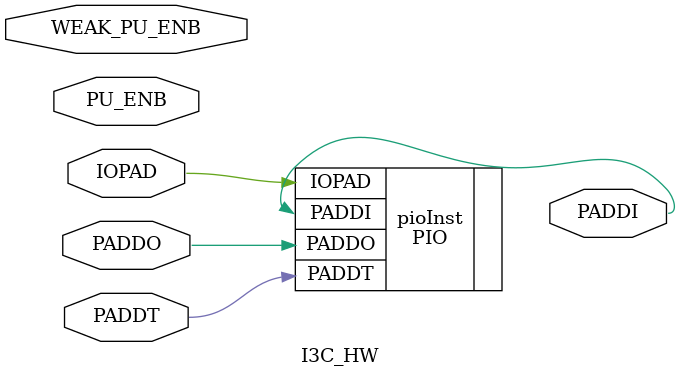
<source format=v>
`timescale 1ns/1ns
module I3C_HW (PADDT, PADDO, PADDI, IOPAD, PU_ENB, WEAK_PU_ENB);
    //Port Type List [Expanded Bus/Bit]
    input PADDT;
    input PADDO;
    output PADDI;
    inout IOPAD;
    input PU_ENB;
    input WEAK_PU_ENB;
    PIO pioInst (.PADDT(PADDT), .PADDO(PADDO), .PADDI(PADDI), .IOPAD(IOPAD));       
endmodule 

</source>
